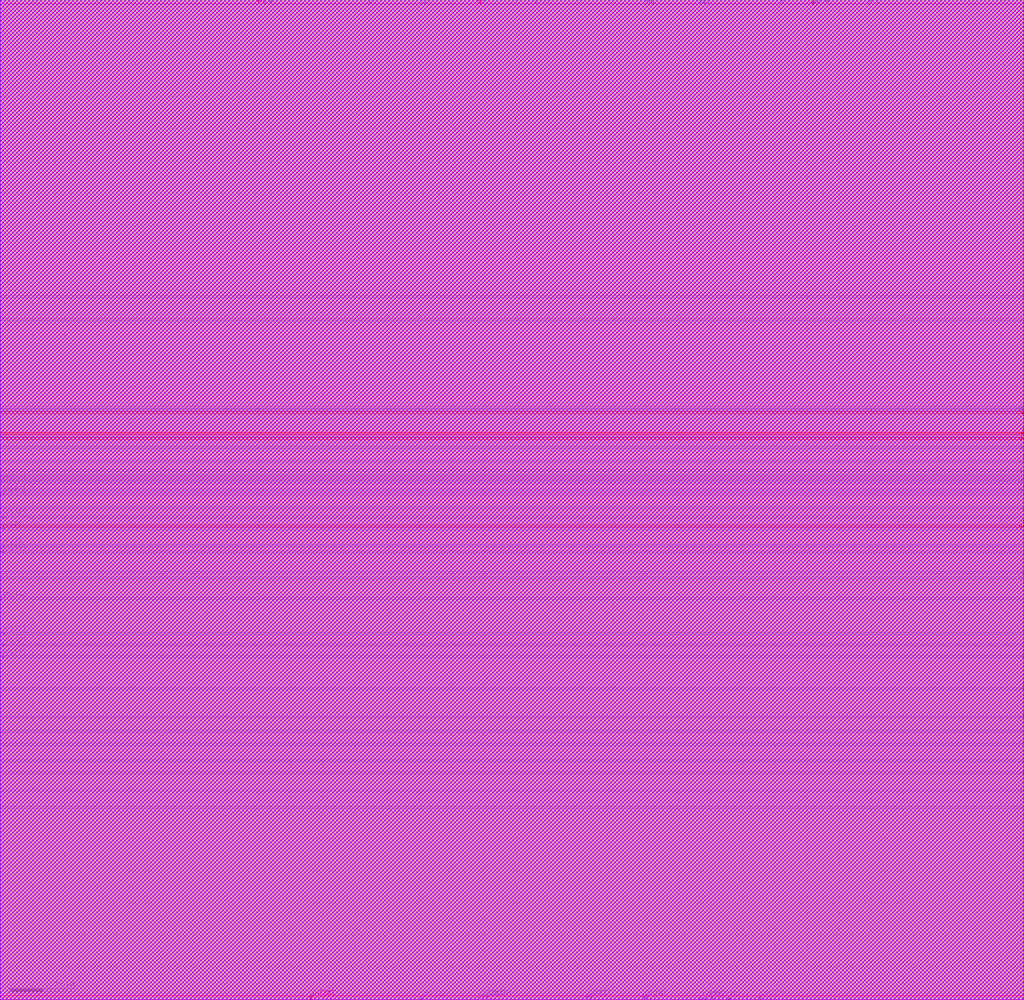
<source format=lef>
##
## LEF for PtnCells ;
## created by Innovus v15.23-s045_1 on Mon Mar 17 15:32:17 2025
##

VERSION 5.8 ;

BUSBITCHARS "[]" ;
DIVIDERCHAR "/" ;

MACRO mac_array
  CLASS BLOCK ;
  SIZE 158.6000 BY 155.0000 ;
  FOREIGN mac_array 0.0000 0.0000 ;
  ORIGIN 0 0 ;
  SYMMETRY X Y R90 ;
  PIN clk
    DIRECTION INPUT ;
    USE SIGNAL ;
    PORT
      LAYER M3 ;
        RECT 158.0800 78.9500 158.6000 79.0500 ;
    END
  END clk
  PIN reset
    DIRECTION INPUT ;
    USE SIGNAL ;
    PORT
      LAYER M2 ;
        RECT 121.0500 154.4800 121.1500 155.0000 ;
    END
  END reset
  PIN in[63]
    DIRECTION INPUT ;
    USE SIGNAL ;
    PORT
      LAYER M2 ;
        RECT 108.4500 154.4800 108.5500 155.0000 ;
    END
  END in[63]
  PIN in[62]
    DIRECTION INPUT ;
    USE SIGNAL ;
    PORT
      LAYER M2 ;
        RECT 109.0500 154.4800 109.1500 155.0000 ;
    END
  END in[62]
  PIN in[61]
    DIRECTION INPUT ;
    USE SIGNAL ;
    PORT
      LAYER M2 ;
        RECT 109.6500 154.4800 109.7500 155.0000 ;
    END
  END in[61]
  PIN in[60]
    DIRECTION INPUT ;
    USE SIGNAL ;
    PORT
      LAYER M4 ;
        RECT 108.6500 154.4800 108.7500 155.0000 ;
    END
  END in[60]
  PIN in[59]
    DIRECTION INPUT ;
    USE SIGNAL ;
    PORT
      LAYER M2 ;
        RECT 100.0500 154.4800 100.1500 155.0000 ;
    END
  END in[59]
  PIN in[58]
    DIRECTION INPUT ;
    USE SIGNAL ;
    PORT
      LAYER M2 ;
        RECT 101.0500 154.4800 101.1500 155.0000 ;
    END
  END in[58]
  PIN in[57]
    DIRECTION INPUT ;
    USE SIGNAL ;
    PORT
      LAYER M2 ;
        RECT 100.6500 154.4800 100.7500 155.0000 ;
    END
  END in[57]
  PIN in[56]
    DIRECTION INPUT ;
    USE SIGNAL ;
    PORT
      LAYER M4 ;
        RECT 109.6500 154.4800 109.7500 155.0000 ;
    END
  END in[56]
  PIN in[55]
    DIRECTION INPUT ;
    USE SIGNAL ;
    PORT
      LAYER M2 ;
        RECT 74.0500 154.4800 74.1500 155.0000 ;
    END
  END in[55]
  PIN in[54]
    DIRECTION INPUT ;
    USE SIGNAL ;
    PORT
      LAYER M4 ;
        RECT 74.0500 154.4800 74.1500 155.0000 ;
    END
  END in[54]
  PIN in[53]
    DIRECTION INPUT ;
    USE SIGNAL ;
    PORT
      LAYER M2 ;
        RECT 65.2500 154.4800 65.3500 155.0000 ;
    END
  END in[53]
  PIN in[52]
    DIRECTION INPUT ;
    USE SIGNAL ;
    PORT
      LAYER M3 ;
        RECT 0.0000 80.1500 0.5200 80.2500 ;
    END
  END in[52]
  PIN in[51]
    DIRECTION INPUT ;
    USE SIGNAL ;
    PORT
      LAYER M2 ;
        RECT 74.6500 154.4800 74.7500 155.0000 ;
    END
  END in[51]
  PIN in[50]
    DIRECTION INPUT ;
    USE SIGNAL ;
    PORT
      LAYER M4 ;
        RECT 65.2500 154.4800 65.3500 155.0000 ;
    END
  END in[50]
  PIN in[49]
    DIRECTION INPUT ;
    USE SIGNAL ;
    PORT
      LAYER M3 ;
        RECT 0.0000 78.3500 0.5200 78.4500 ;
    END
  END in[49]
  PIN in[48]
    DIRECTION INPUT ;
    USE SIGNAL ;
    PORT
      LAYER M6 ;
        RECT 74.2500 154.4800 74.3500 155.0000 ;
    END
  END in[48]
  PIN in[47]
    DIRECTION INPUT ;
    USE SIGNAL ;
    PORT
      LAYER M2 ;
        RECT 126.0500 154.4800 126.1500 155.0000 ;
    END
  END in[47]
  PIN in[46]
    DIRECTION INPUT ;
    USE SIGNAL ;
    PORT
      LAYER M2 ;
        RECT 128.0500 154.4800 128.1500 155.0000 ;
    END
  END in[46]
  PIN in[45]
    DIRECTION INPUT ;
    USE SIGNAL ;
    PORT
      LAYER M2 ;
        RECT 135.8500 154.4800 135.9500 155.0000 ;
    END
  END in[45]
  PIN in[44]
    DIRECTION INPUT ;
    USE SIGNAL ;
    PORT
      LAYER M2 ;
        RECT 134.6500 154.4800 134.7500 155.0000 ;
    END
  END in[44]
  PIN in[43]
    DIRECTION INPUT ;
    USE SIGNAL ;
    PORT
      LAYER M3 ;
        RECT 158.0800 108.9500 158.6000 109.0500 ;
    END
  END in[43]
  PIN in[42]
    DIRECTION INPUT ;
    USE SIGNAL ;
    PORT
      LAYER M3 ;
        RECT 158.0800 105.3500 158.6000 105.4500 ;
    END
  END in[42]
  PIN in[41]
    DIRECTION INPUT ;
    USE SIGNAL ;
    PORT
      LAYER M4 ;
        RECT 134.8500 154.4800 134.9500 155.0000 ;
    END
  END in[41]
  PIN in[40]
    DIRECTION INPUT ;
    USE SIGNAL ;
    PORT
      LAYER M3 ;
        RECT 158.0800 90.9500 158.6000 91.0500 ;
    END
  END in[40]
  PIN in[39]
    DIRECTION INPUT ;
    USE SIGNAL ;
    PORT
      LAYER M3 ;
        RECT 158.0800 29.7500 158.6000 29.8500 ;
    END
  END in[39]
  PIN in[38]
    DIRECTION INPUT ;
    USE SIGNAL ;
    PORT
      LAYER M3 ;
        RECT 158.0800 35.1500 158.6000 35.2500 ;
    END
  END in[38]
  PIN in[37]
    DIRECTION INPUT ;
    USE SIGNAL ;
    PORT
      LAYER M3 ;
        RECT 158.0800 32.3500 158.6000 32.4500 ;
    END
  END in[37]
  PIN in[36]
    DIRECTION INPUT ;
    USE SIGNAL ;
    PORT
      LAYER M3 ;
        RECT 158.0800 39.5500 158.6000 39.6500 ;
    END
  END in[36]
  PIN in[35]
    DIRECTION INPUT ;
    USE SIGNAL ;
    PORT
      LAYER M3 ;
        RECT 158.0800 36.9500 158.6000 37.0500 ;
    END
  END in[35]
  PIN in[34]
    DIRECTION INPUT ;
    USE SIGNAL ;
    PORT
      LAYER M3 ;
        RECT 158.0800 41.5500 158.6000 41.6500 ;
    END
  END in[34]
  PIN in[33]
    DIRECTION INPUT ;
    USE SIGNAL ;
    PORT
      LAYER M2 ;
        RECT 117.6500 0.0000 117.7500 0.5200 ;
    END
  END in[33]
  PIN in[32]
    DIRECTION INPUT ;
    USE SIGNAL ;
    PORT
      LAYER M3 ;
        RECT 158.0800 53.1500 158.6000 53.2500 ;
    END
  END in[32]
  PIN in[31]
    DIRECTION INPUT ;
    USE SIGNAL ;
    PORT
      LAYER M3 ;
        RECT 158.0800 81.1500 158.6000 81.2500 ;
    END
  END in[31]
  PIN in[30]
    DIRECTION INPUT ;
    USE SIGNAL ;
    PORT
      LAYER M3 ;
        RECT 158.0800 91.7500 158.6000 91.8500 ;
    END
  END in[30]
  PIN in[29]
    DIRECTION INPUT ;
    USE SIGNAL ;
    PORT
      LAYER M3 ;
        RECT 158.0800 85.5500 158.6000 85.6500 ;
    END
  END in[29]
  PIN in[28]
    DIRECTION INPUT ;
    USE SIGNAL ;
    PORT
      LAYER M2 ;
        RECT 83.0500 154.4800 83.1500 155.0000 ;
    END
  END in[28]
  PIN in[27]
    DIRECTION INPUT ;
    USE SIGNAL ;
    PORT
      LAYER M5 ;
        RECT 158.0800 90.9500 158.6000 91.0500 ;
    END
  END in[27]
  PIN in[26]
    DIRECTION INPUT ;
    USE SIGNAL ;
    PORT
      LAYER M3 ;
        RECT 158.0800 87.3500 158.6000 87.4500 ;
    END
  END in[26]
  PIN in[25]
    DIRECTION INPUT ;
    USE SIGNAL ;
    PORT
      LAYER M3 ;
        RECT 158.0800 81.9500 158.6000 82.0500 ;
    END
  END in[25]
  PIN in[24]
    DIRECTION INPUT ;
    USE SIGNAL ;
    PORT
      LAYER M3 ;
        RECT 158.0800 80.1500 158.6000 80.2500 ;
    END
  END in[24]
  PIN in[23]
    DIRECTION INPUT ;
    USE SIGNAL ;
    PORT
      LAYER M2 ;
        RECT 48.0500 0.0000 48.1500 0.5200 ;
    END
  END in[23]
  PIN in[22]
    DIRECTION INPUT ;
    USE SIGNAL ;
    PORT
      LAYER M4 ;
        RECT 48.0500 0.0000 48.1500 0.5200 ;
    END
  END in[22]
  PIN in[21]
    DIRECTION INPUT ;
    USE SIGNAL ;
    PORT
      LAYER M2 ;
        RECT 65.2500 0.0000 65.3500 0.5200 ;
    END
  END in[21]
  PIN in[20]
    DIRECTION INPUT ;
    USE SIGNAL ;
    PORT
      LAYER M6 ;
        RECT 48.0500 0.0000 48.1500 0.5200 ;
    END
  END in[20]
  PIN in[19]
    DIRECTION INPUT ;
    USE SIGNAL ;
    PORT
      LAYER M2 ;
        RECT 75.4500 0.0000 75.5500 0.5200 ;
    END
  END in[19]
  PIN in[18]
    DIRECTION INPUT ;
    USE SIGNAL ;
    PORT
      LAYER M2 ;
        RECT 74.6500 0.0000 74.7500 0.5200 ;
    END
  END in[18]
  PIN in[17]
    DIRECTION INPUT ;
    USE SIGNAL ;
    PORT
      LAYER M2 ;
        RECT 74.0500 0.0000 74.1500 0.5200 ;
    END
  END in[17]
  PIN in[16]
    DIRECTION INPUT ;
    USE SIGNAL ;
    PORT
      LAYER M4 ;
        RECT 74.0500 0.0000 74.1500 0.5200 ;
    END
  END in[16]
  PIN in[15]
    DIRECTION INPUT ;
    USE SIGNAL ;
    PORT
      LAYER M3 ;
        RECT 0.0000 56.7500 0.5200 56.8500 ;
    END
  END in[15]
  PIN in[14]
    DIRECTION INPUT ;
    USE SIGNAL ;
    PORT
      LAYER M3 ;
        RECT 0.0000 53.1500 0.5200 53.2500 ;
    END
  END in[14]
  PIN in[13]
    DIRECTION INPUT ;
    USE SIGNAL ;
    PORT
      LAYER M3 ;
        RECT 0.0000 69.3500 0.5200 69.4500 ;
    END
  END in[13]
  PIN in[12]
    DIRECTION INPUT ;
    USE SIGNAL ;
    PORT
      LAYER M3 ;
        RECT 0.0000 74.7500 0.5200 74.8500 ;
    END
  END in[12]
  PIN in[11]
    DIRECTION INPUT ;
    USE SIGNAL ;
    PORT
      LAYER M3 ;
        RECT 0.0000 62.1500 0.5200 62.2500 ;
    END
  END in[11]
  PIN in[10]
    DIRECTION INPUT ;
    USE SIGNAL ;
    PORT
      LAYER M3 ;
        RECT 0.0000 54.9500 0.5200 55.0500 ;
    END
  END in[10]
  PIN in[9]
    DIRECTION INPUT ;
    USE SIGNAL ;
    PORT
      LAYER M3 ;
        RECT 0.0000 70.3500 0.5200 70.4500 ;
    END
  END in[9]
  PIN in[8]
    DIRECTION INPUT ;
    USE SIGNAL ;
    PORT
      LAYER M3 ;
        RECT 0.0000 72.9500 0.5200 73.0500 ;
    END
  END in[8]
  PIN in[7]
    DIRECTION INPUT ;
    USE SIGNAL ;
    PORT
      LAYER M2 ;
        RECT 91.4500 0.0000 91.5500 0.5200 ;
    END
  END in[7]
  PIN in[6]
    DIRECTION INPUT ;
    USE SIGNAL ;
    PORT
      LAYER M2 ;
        RECT 90.8500 0.0000 90.9500 0.5200 ;
    END
  END in[6]
  PIN in[5]
    DIRECTION INPUT ;
    USE SIGNAL ;
    PORT
      LAYER M2 ;
        RECT 109.2500 0.0000 109.3500 0.5200 ;
    END
  END in[5]
  PIN in[4]
    DIRECTION INPUT ;
    USE SIGNAL ;
    PORT
      LAYER M2 ;
        RECT 100.0500 0.0000 100.1500 0.5200 ;
    END
  END in[4]
  PIN in[3]
    DIRECTION INPUT ;
    USE SIGNAL ;
    PORT
      LAYER M2 ;
        RECT 108.4500 0.0000 108.5500 0.5200 ;
    END
  END in[3]
  PIN in[2]
    DIRECTION INPUT ;
    USE SIGNAL ;
    PORT
      LAYER M2 ;
        RECT 112.8500 0.0000 112.9500 0.5200 ;
    END
  END in[2]
  PIN in[1]
    DIRECTION INPUT ;
    USE SIGNAL ;
    PORT
      LAYER M2 ;
        RECT 110.2500 0.0000 110.3500 0.5200 ;
    END
  END in[1]
  PIN in[0]
    DIRECTION INPUT ;
    USE SIGNAL ;
    PORT
      LAYER M2 ;
        RECT 99.6500 0.0000 99.7500 0.5200 ;
    END
  END in[0]
  PIN out[21]
    DIRECTION OUTPUT ;
    USE SIGNAL ;
    PORT
      LAYER M3 ;
        RECT 158.0800 43.7500 158.6000 43.8500 ;
    END
  END out[21]
  PIN out[20]
    DIRECTION OUTPUT ;
    USE SIGNAL ;
    PORT
      LAYER M3 ;
        RECT 158.0800 48.1500 158.6000 48.2500 ;
    END
  END out[20]
  PIN out[19]
    DIRECTION OUTPUT ;
    USE SIGNAL ;
    PORT
      LAYER M3 ;
        RECT 158.0800 76.1500 158.6000 76.2500 ;
    END
  END out[19]
  PIN out[18]
    DIRECTION OUTPUT ;
    USE SIGNAL ;
    PORT
      LAYER M3 ;
        RECT 158.0800 65.3500 158.6000 65.4500 ;
    END
  END out[18]
  PIN out[17]
    DIRECTION OUTPUT ;
    USE SIGNAL ;
    PORT
      LAYER M3 ;
        RECT 158.0800 66.1500 158.6000 66.2500 ;
    END
  END out[17]
  PIN out[16]
    DIRECTION OUTPUT ;
    USE SIGNAL ;
    PORT
      LAYER M3 ;
        RECT 158.0800 73.3500 158.6000 73.4500 ;
    END
  END out[16]
  PIN out[15]
    DIRECTION OUTPUT ;
    USE SIGNAL ;
    PORT
      LAYER M5 ;
        RECT 158.0800 73.3500 158.6000 73.4500 ;
    END
  END out[15]
  PIN out[14]
    DIRECTION OUTPUT ;
    USE SIGNAL ;
    PORT
      LAYER M4 ;
        RECT 74.6500 154.4800 74.7500 155.0000 ;
    END
  END out[14]
  PIN out[13]
    DIRECTION OUTPUT ;
    USE SIGNAL ;
    PORT
      LAYER M2 ;
        RECT 65.8500 154.4800 65.9500 155.0000 ;
    END
  END out[13]
  PIN out[12]
    DIRECTION OUTPUT ;
    USE SIGNAL ;
    PORT
      LAYER M2 ;
        RECT 57.2500 154.4800 57.3500 155.0000 ;
    END
  END out[12]
  PIN out[11]
    DIRECTION OUTPUT ;
    USE SIGNAL ;
    PORT
      LAYER M2 ;
        RECT 40.8500 154.4800 40.9500 155.0000 ;
    END
  END out[11]
  PIN out[10]
    DIRECTION OUTPUT ;
    USE SIGNAL ;
    PORT
      LAYER M2 ;
        RECT 40.0500 154.4800 40.1500 155.0000 ;
    END
  END out[10]
  PIN out[9]
    DIRECTION OUTPUT ;
    USE SIGNAL ;
    PORT
      LAYER M4 ;
        RECT 40.0500 154.4800 40.1500 155.0000 ;
    END
  END out[9]
  PIN out[8]
    DIRECTION OUTPUT ;
    USE SIGNAL ;
    PORT
      LAYER M2 ;
        RECT 41.8500 154.4800 41.9500 155.0000 ;
    END
  END out[8]
  PIN out[7]
    DIRECTION OUTPUT ;
    USE SIGNAL ;
    PORT
      LAYER M6 ;
        RECT 40.0500 154.4800 40.1500 155.0000 ;
    END
  END out[7]
  PIN out[6]
    DIRECTION OUTPUT ;
    USE SIGNAL ;
    PORT
      LAYER M3 ;
        RECT 158.0800 86.9500 158.6000 87.0500 ;
    END
  END out[6]
  PIN out[5]
    DIRECTION OUTPUT ;
    USE SIGNAL ;
    PORT
      LAYER M3 ;
        RECT 158.0800 83.3500 158.6000 83.4500 ;
    END
  END out[5]
  PIN out[4]
    DIRECTION OUTPUT ;
    USE SIGNAL ;
    PORT
      LAYER M3 ;
        RECT 158.0800 91.3500 158.6000 91.4500 ;
    END
  END out[4]
  PIN out[3]
    DIRECTION OUTPUT ;
    USE SIGNAL ;
    PORT
      LAYER M3 ;
        RECT 158.0800 87.7500 158.6000 87.8500 ;
    END
  END out[3]
  PIN out[2]
    DIRECTION OUTPUT ;
    USE SIGNAL ;
    PORT
      LAYER M5 ;
        RECT 158.0800 87.7500 158.6000 87.8500 ;
    END
  END out[2]
  PIN out[1]
    DIRECTION OUTPUT ;
    USE SIGNAL ;
    PORT
      LAYER M3 ;
        RECT 158.0800 80.5500 158.6000 80.6500 ;
    END
  END out[1]
  PIN out[0]
    DIRECTION OUTPUT ;
    USE SIGNAL ;
    PORT
      LAYER M5 ;
        RECT 158.0800 86.9500 158.6000 87.0500 ;
    END
  END out[0]
  PIN fifo_wr[0]
    DIRECTION OUTPUT ;
    USE SIGNAL ;
    PORT
      LAYER M2 ;
        RECT 126.6500 154.4800 126.7500 155.0000 ;
    END
  END fifo_wr[0]
  PIN inst[1]
    DIRECTION INPUT ;
    USE SIGNAL ;
    PORT
      LAYER M4 ;
        RECT 125.8500 154.4800 125.9500 155.0000 ;
    END
  END inst[1]
  PIN inst[0]
    DIRECTION INPUT ;
    USE SIGNAL ;
    PORT
      LAYER M6 ;
        RECT 125.8500 154.4800 125.9500 155.0000 ;
    END
  END inst[0]
  OBS
    LAYER M1 ;
      RECT 0.0000 0.0000 158.6000 155.0000 ;
    LAYER M2 ;
      RECT 136.0500 154.3800 158.6000 155.0000 ;
      RECT 134.8500 154.3800 135.7500 155.0000 ;
      RECT 128.2500 154.3800 134.5500 155.0000 ;
      RECT 126.8500 154.3800 127.9500 155.0000 ;
      RECT 126.2500 154.3800 126.5500 155.0000 ;
      RECT 121.2500 154.3800 125.9500 155.0000 ;
      RECT 109.8500 154.3800 120.9500 155.0000 ;
      RECT 109.2500 154.3800 109.5500 155.0000 ;
      RECT 108.6500 154.3800 108.9500 155.0000 ;
      RECT 101.2500 154.3800 108.3500 155.0000 ;
      RECT 100.8500 154.3800 100.9500 155.0000 ;
      RECT 100.2500 154.3800 100.5500 155.0000 ;
      RECT 83.2500 154.3800 99.9500 155.0000 ;
      RECT 74.8500 154.3800 82.9500 155.0000 ;
      RECT 74.2500 154.3800 74.5500 155.0000 ;
      RECT 66.0500 154.3800 73.9500 155.0000 ;
      RECT 65.4500 154.3800 65.7500 155.0000 ;
      RECT 57.4500 154.3800 65.1500 155.0000 ;
      RECT 42.0500 154.3800 57.1500 155.0000 ;
      RECT 41.0500 154.3800 41.7500 155.0000 ;
      RECT 40.2500 154.3800 40.7500 155.0000 ;
      RECT 0.0000 154.3800 39.9500 155.0000 ;
      RECT 0.0000 0.6200 158.6000 154.3800 ;
      RECT 117.8500 0.0000 158.6000 0.6200 ;
      RECT 113.0500 0.0000 117.5500 0.6200 ;
      RECT 110.4500 0.0000 112.7500 0.6200 ;
      RECT 109.4500 0.0000 110.1500 0.6200 ;
      RECT 108.6500 0.0000 109.1500 0.6200 ;
      RECT 100.2500 0.0000 108.3500 0.6200 ;
      RECT 99.8500 0.0000 99.9500 0.6200 ;
      RECT 91.6500 0.0000 99.5500 0.6200 ;
      RECT 91.0500 0.0000 91.3500 0.6200 ;
      RECT 75.6500 0.0000 90.7500 0.6200 ;
      RECT 74.8500 0.0000 75.3500 0.6200 ;
      RECT 74.2500 0.0000 74.5500 0.6200 ;
      RECT 65.4500 0.0000 73.9500 0.6200 ;
      RECT 48.2500 0.0000 65.1500 0.6200 ;
      RECT 0.0000 0.0000 47.9500 0.6200 ;
    LAYER M3 ;
      RECT 0.0000 109.1500 158.6000 155.0000 ;
      RECT 0.0000 108.8500 157.9800 109.1500 ;
      RECT 0.0000 105.5500 158.6000 108.8500 ;
      RECT 0.0000 105.2500 157.9800 105.5500 ;
      RECT 0.0000 91.9500 158.6000 105.2500 ;
      RECT 0.0000 91.6500 157.9800 91.9500 ;
      RECT 0.0000 91.5500 158.6000 91.6500 ;
      RECT 0.0000 91.2500 157.9800 91.5500 ;
      RECT 0.0000 91.1500 158.6000 91.2500 ;
      RECT 0.0000 90.8500 157.9800 91.1500 ;
      RECT 0.0000 87.9500 158.6000 90.8500 ;
      RECT 0.0000 87.6500 157.9800 87.9500 ;
      RECT 0.0000 87.5500 158.6000 87.6500 ;
      RECT 0.0000 87.2500 157.9800 87.5500 ;
      RECT 0.0000 87.1500 158.6000 87.2500 ;
      RECT 0.0000 86.8500 157.9800 87.1500 ;
      RECT 0.0000 85.7500 158.6000 86.8500 ;
      RECT 0.0000 85.4500 157.9800 85.7500 ;
      RECT 0.0000 83.5500 158.6000 85.4500 ;
      RECT 0.0000 83.2500 157.9800 83.5500 ;
      RECT 0.0000 82.1500 158.6000 83.2500 ;
      RECT 0.0000 81.8500 157.9800 82.1500 ;
      RECT 0.0000 81.3500 158.6000 81.8500 ;
      RECT 0.0000 81.0500 157.9800 81.3500 ;
      RECT 0.0000 80.7500 158.6000 81.0500 ;
      RECT 0.0000 80.4500 157.9800 80.7500 ;
      RECT 0.0000 80.3500 158.6000 80.4500 ;
      RECT 0.6200 80.0500 157.9800 80.3500 ;
      RECT 0.0000 79.1500 158.6000 80.0500 ;
      RECT 0.0000 78.8500 157.9800 79.1500 ;
      RECT 0.0000 78.5500 158.6000 78.8500 ;
      RECT 0.6200 78.2500 158.6000 78.5500 ;
      RECT 0.0000 76.3500 158.6000 78.2500 ;
      RECT 0.0000 76.0500 157.9800 76.3500 ;
      RECT 0.0000 74.9500 158.6000 76.0500 ;
      RECT 0.6200 74.6500 158.6000 74.9500 ;
      RECT 0.0000 73.5500 158.6000 74.6500 ;
      RECT 0.0000 73.2500 157.9800 73.5500 ;
      RECT 0.0000 73.1500 158.6000 73.2500 ;
      RECT 0.6200 72.8500 158.6000 73.1500 ;
      RECT 0.0000 70.5500 158.6000 72.8500 ;
      RECT 0.6200 70.2500 158.6000 70.5500 ;
      RECT 0.0000 69.5500 158.6000 70.2500 ;
      RECT 0.6200 69.2500 158.6000 69.5500 ;
      RECT 0.0000 66.3500 158.6000 69.2500 ;
      RECT 0.0000 66.0500 157.9800 66.3500 ;
      RECT 0.0000 65.5500 158.6000 66.0500 ;
      RECT 0.0000 65.2500 157.9800 65.5500 ;
      RECT 0.0000 62.3500 158.6000 65.2500 ;
      RECT 0.6200 62.0500 158.6000 62.3500 ;
      RECT 0.0000 56.9500 158.6000 62.0500 ;
      RECT 0.6200 56.6500 158.6000 56.9500 ;
      RECT 0.0000 55.1500 158.6000 56.6500 ;
      RECT 0.6200 54.8500 158.6000 55.1500 ;
      RECT 0.0000 53.3500 158.6000 54.8500 ;
      RECT 0.6200 53.0500 157.9800 53.3500 ;
      RECT 0.0000 48.3500 158.6000 53.0500 ;
      RECT 0.0000 48.0500 157.9800 48.3500 ;
      RECT 0.0000 43.9500 158.6000 48.0500 ;
      RECT 0.0000 43.6500 157.9800 43.9500 ;
      RECT 0.0000 41.7500 158.6000 43.6500 ;
      RECT 0.0000 41.4500 157.9800 41.7500 ;
      RECT 0.0000 39.7500 158.6000 41.4500 ;
      RECT 0.0000 39.4500 157.9800 39.7500 ;
      RECT 0.0000 37.1500 158.6000 39.4500 ;
      RECT 0.0000 36.8500 157.9800 37.1500 ;
      RECT 0.0000 35.3500 158.6000 36.8500 ;
      RECT 0.0000 35.0500 157.9800 35.3500 ;
      RECT 0.0000 32.5500 158.6000 35.0500 ;
      RECT 0.0000 32.2500 157.9800 32.5500 ;
      RECT 0.0000 29.9500 158.6000 32.2500 ;
      RECT 0.0000 29.6500 157.9800 29.9500 ;
      RECT 0.0000 0.0000 158.6000 29.6500 ;
    LAYER M4 ;
      RECT 135.0500 154.3800 158.6000 155.0000 ;
      RECT 126.0500 154.3800 134.7500 155.0000 ;
      RECT 109.8500 154.3800 125.7500 155.0000 ;
      RECT 108.8500 154.3800 109.5500 155.0000 ;
      RECT 74.8500 154.3800 108.5500 155.0000 ;
      RECT 74.2500 154.3800 74.5500 155.0000 ;
      RECT 65.4500 154.3800 73.9500 155.0000 ;
      RECT 40.2500 154.3800 65.1500 155.0000 ;
      RECT 0.0000 154.3800 39.9500 155.0000 ;
      RECT 0.0000 0.6200 158.6000 154.3800 ;
      RECT 74.2500 0.0000 158.6000 0.6200 ;
      RECT 48.2500 0.0000 73.9500 0.6200 ;
      RECT 0.0000 0.0000 47.9500 0.6200 ;
    LAYER M5 ;
      RECT 0.0000 91.1500 158.6000 155.0000 ;
      RECT 0.0000 90.8500 157.9800 91.1500 ;
      RECT 0.0000 87.9500 158.6000 90.8500 ;
      RECT 0.0000 87.6500 157.9800 87.9500 ;
      RECT 0.0000 87.1500 158.6000 87.6500 ;
      RECT 0.0000 86.8500 157.9800 87.1500 ;
      RECT 0.0000 73.5500 158.6000 86.8500 ;
      RECT 0.0000 73.2500 157.9800 73.5500 ;
      RECT 0.0000 0.0000 158.6000 73.2500 ;
    LAYER M6 ;
      RECT 126.0500 154.3800 158.6000 155.0000 ;
      RECT 74.4500 154.3800 125.7500 155.0000 ;
      RECT 40.2500 154.3800 74.1500 155.0000 ;
      RECT 0.0000 154.3800 39.9500 155.0000 ;
      RECT 0.0000 0.6200 158.6000 154.3800 ;
      RECT 48.2500 0.0000 158.6000 0.6200 ;
      RECT 0.0000 0.0000 47.9500 0.6200 ;
    LAYER M7 ;
      RECT 0.0000 0.0000 158.6000 155.0000 ;
    LAYER M8 ;
      RECT 0.0000 0.0000 158.6000 155.0000 ;
  END
END mac_array

END LIBRARY

</source>
